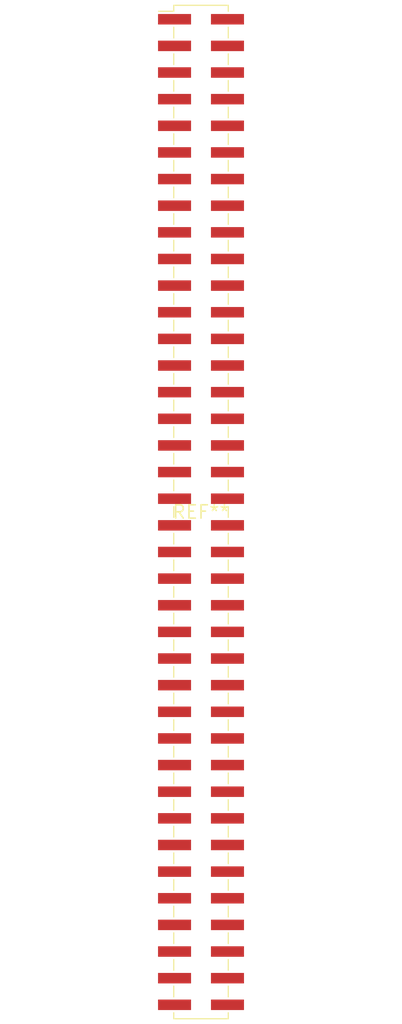
<source format=kicad_pcb>
(kicad_pcb (version 20240108) (generator pcbnew)
  (layers (0 "F.Cu" signal) (31 "B.Cu" signal) (34 "B.Paste" user) (35 "F.Paste" user) (36 "B.SilkS" user "B.Silkscreen") (37 "F.SilkS" user "F.Silkscreen") (38 "B.Mask" user) (39 "F.Mask" user) (44 "Edge.Cuts" user))
  (net 0 "")
  (footprint "PinHeader_2x38_P2.54mm_Vertical_SMD" (layer "F.Cu") (at 0 0)
    (property "Reference" "REF**")
    (property "Value" "PinHeader_2x38_P2.54mm_Vertical_SMD")
    (fp_line (start -4.04 -47.75) (end -2.6 -47.75) (layer "F.SilkS") (stroke (width 0.12)))
    (fp_line (start -2.6 -48.32) (end -2.6 -47.75) (layer "F.SilkS") (stroke (width 0.12)))
    (fp_line (start -2.6 -48.32) (end 2.6 -48.32) (layer "F.SilkS") (stroke (width 0.12)))
    (fp_line (start -2.6 -46.23) (end -2.6 -45.21) (layer "F.SilkS") (stroke (width 0.12)))
    (fp_line (start -2.6 -43.69) (end -2.6 -42.67) (layer "F.SilkS") (stroke (width 0.12)))
    (fp_line (start -2.6 -41.15) (end -2.6 -40.13) (layer "F.SilkS") (stroke (width 0.12)))
    (fp_line (start -2.6 -38.61) (end -2.6 -37.59) (layer "F.SilkS") (stroke (width 0.12)))
    (fp_line (start -2.6 -36.07) (end -2.6 -35.05) (layer "F.SilkS") (stroke (width 0.12)))
    (fp_line (start -2.6 -33.53) (end -2.6 -32.51) (layer "F.SilkS") (stroke (width 0.12)))
    (fp_line (start -2.6 -30.99) (end -2.6 -29.97) (layer "F.SilkS") (stroke (width 0.12)))
    (fp_line (start -2.6 -28.45) (end -2.6 -27.43) (layer "F.SilkS") (stroke (width 0.12)))
    (fp_line (start -2.6 -25.91) (end -2.6 -24.89) (layer "F.SilkS") (stroke (width 0.12)))
    (fp_line (start -2.6 -23.37) (end -2.6 -22.35) (layer "F.SilkS") (stroke (width 0.12)))
    (fp_line (start -2.6 -20.83) (end -2.6 -19.81) (layer "F.SilkS") (stroke (width 0.12)))
    (fp_line (start -2.6 -18.29) (end -2.6 -17.27) (layer "F.SilkS") (stroke (width 0.12)))
    (fp_line (start -2.6 -15.75) (end -2.6 -14.73) (layer "F.SilkS") (stroke (width 0.12)))
    (fp_line (start -2.6 -13.21) (end -2.6 -12.19) (layer "F.SilkS") (stroke (width 0.12)))
    (fp_line (start -2.6 -10.67) (end -2.6 -9.65) (layer "F.SilkS") (stroke (width 0.12)))
    (fp_line (start -2.6 -8.13) (end -2.6 -7.11) (layer "F.SilkS") (stroke (width 0.12)))
    (fp_line (start -2.6 -5.59) (end -2.6 -4.57) (layer "F.SilkS") (stroke (width 0.12)))
    (fp_line (start -2.6 -3.05) (end -2.6 -2.03) (layer "F.SilkS") (stroke (width 0.12)))
    (fp_line (start -2.6 -0.51) (end -2.6 0.51) (layer "F.SilkS") (stroke (width 0.12)))
    (fp_line (start -2.6 2.03) (end -2.6 3.05) (layer "F.SilkS") (stroke (width 0.12)))
    (fp_line (start -2.6 4.57) (end -2.6 5.59) (layer "F.SilkS") (stroke (width 0.12)))
    (fp_line (start -2.6 7.11) (end -2.6 8.13) (layer "F.SilkS") (stroke (width 0.12)))
    (fp_line (start -2.6 9.65) (end -2.6 10.67) (layer "F.SilkS") (stroke (width 0.12)))
    (fp_line (start -2.6 12.19) (end -2.6 13.21) (layer "F.SilkS") (stroke (width 0.12)))
    (fp_line (start -2.6 14.73) (end -2.6 15.75) (layer "F.SilkS") (stroke (width 0.12)))
    (fp_line (start -2.6 17.27) (end -2.6 18.29) (layer "F.SilkS") (stroke (width 0.12)))
    (fp_line (start -2.6 19.81) (end -2.6 20.83) (layer "F.SilkS") (stroke (width 0.12)))
    (fp_line (start -2.6 22.35) (end -2.6 23.37) (layer "F.SilkS") (stroke (width 0.12)))
    (fp_line (start -2.6 24.89) (end -2.6 25.91) (layer "F.SilkS") (stroke (width 0.12)))
    (fp_line (start -2.6 27.43) (end -2.6 28.45) (layer "F.SilkS") (stroke (width 0.12)))
    (fp_line (start -2.6 29.97) (end -2.6 30.99) (layer "F.SilkS") (stroke (width 0.12)))
    (fp_line (start -2.6 32.51) (end -2.6 33.53) (layer "F.SilkS") (stroke (width 0.12)))
    (fp_line (start -2.6 35.05) (end -2.6 36.07) (layer "F.SilkS") (stroke (width 0.12)))
    (fp_line (start -2.6 37.59) (end -2.6 38.61) (layer "F.SilkS") (stroke (width 0.12)))
    (fp_line (start -2.6 40.13) (end -2.6 41.15) (layer "F.SilkS") (stroke (width 0.12)))
    (fp_line (start -2.6 42.67) (end -2.6 43.69) (layer "F.SilkS") (stroke (width 0.12)))
    (fp_line (start -2.6 45.21) (end -2.6 46.23) (layer "F.SilkS") (stroke (width 0.12)))
    (fp_line (start -2.6 47.75) (end -2.6 48.32) (layer "F.SilkS") (stroke (width 0.12)))
    (fp_line (start -2.6 48.32) (end 2.6 48.32) (layer "F.SilkS") (stroke (width 0.12)))
    (fp_line (start 2.6 -48.32) (end 2.6 -47.75) (layer "F.SilkS") (stroke (width 0.12)))
    (fp_line (start 2.6 -46.23) (end 2.6 -45.21) (layer "F.SilkS") (stroke (width 0.12)))
    (fp_line (start 2.6 -43.69) (end 2.6 -42.67) (layer "F.SilkS") (stroke (width 0.12)))
    (fp_line (start 2.6 -41.15) (end 2.6 -40.13) (layer "F.SilkS") (stroke (width 0.12)))
    (fp_line (start 2.6 -38.61) (end 2.6 -37.59) (layer "F.SilkS") (stroke (width 0.12)))
    (fp_line (start 2.6 -36.07) (end 2.6 -35.05) (layer "F.SilkS") (stroke (width 0.12)))
    (fp_line (start 2.6 -33.53) (end 2.6 -32.51) (layer "F.SilkS") (stroke (width 0.12)))
    (fp_line (start 2.6 -30.99) (end 2.6 -29.97) (layer "F.SilkS") (stroke (width 0.12)))
    (fp_line (start 2.6 -28.45) (end 2.6 -27.43) (layer "F.SilkS") (stroke (width 0.12)))
    (fp_line (start 2.6 -25.91) (end 2.6 -24.89) (layer "F.SilkS") (stroke (width 0.12)))
    (fp_line (start 2.6 -23.37) (end 2.6 -22.35) (layer "F.SilkS") (stroke (width 0.12)))
    (fp_line (start 2.6 -20.83) (end 2.6 -19.81) (layer "F.SilkS") (stroke (width 0.12)))
    (fp_line (start 2.6 -18.29) (end 2.6 -17.27) (layer "F.SilkS") (stroke (width 0.12)))
    (fp_line (start 2.6 -15.75) (end 2.6 -14.73) (layer "F.SilkS") (stroke (width 0.12)))
    (fp_line (start 2.6 -13.21) (end 2.6 -12.19) (layer "F.SilkS") (stroke (width 0.12)))
    (fp_line (start 2.6 -10.67) (end 2.6 -9.65) (layer "F.SilkS") (stroke (width 0.12)))
    (fp_line (start 2.6 -8.13) (end 2.6 -7.11) (layer "F.SilkS") (stroke (width 0.12)))
    (fp_line (start 2.6 -5.59) (end 2.6 -4.57) (layer "F.SilkS") (stroke (width 0.12)))
    (fp_line (start 2.6 -3.05) (end 2.6 -2.03) (layer "F.SilkS") (stroke (width 0.12)))
    (fp_line (start 2.6 -0.51) (end 2.6 0.51) (layer "F.SilkS") (stroke (width 0.12)))
    (fp_line (start 2.6 2.03) (end 2.6 3.05) (layer "F.SilkS") (stroke (width 0.12)))
    (fp_line (start 2.6 4.57) (end 2.6 5.59) (layer "F.SilkS") (stroke (width 0.12)))
    (fp_line (start 2.6 7.11) (end 2.6 8.13) (layer "F.SilkS") (stroke (width 0.12)))
    (fp_line (start 2.6 9.65) (end 2.6 10.67) (layer "F.SilkS") (stroke (width 0.12)))
    (fp_line (start 2.6 12.19) (end 2.6 13.21) (layer "F.SilkS") (stroke (width 0.12)))
    (fp_line (start 2.6 14.73) (end 2.6 15.75) (layer "F.SilkS") (stroke (width 0.12)))
    (fp_line (start 2.6 17.27) (end 2.6 18.29) (layer "F.SilkS") (stroke (width 0.12)))
    (fp_line (start 2.6 19.81) (end 2.6 20.83) (layer "F.SilkS") (stroke (width 0.12)))
    (fp_line (start 2.6 22.35) (end 2.6 23.37) (layer "F.SilkS") (stroke (width 0.12)))
    (fp_line (start 2.6 24.89) (end 2.6 25.91) (layer "F.SilkS") (stroke (width 0.12)))
    (fp_line (start 2.6 27.43) (end 2.6 28.45) (layer "F.SilkS") (stroke (width 0.12)))
    (fp_line (start 2.6 29.97) (end 2.6 30.99) (layer "F.SilkS") (stroke (width 0.12)))
    (fp_line (start 2.6 32.51) (end 2.6 33.53) (layer "F.SilkS") (stroke (width 0.12)))
    (fp_line (start 2.6 35.05) (end 2.6 36.07) (layer "F.SilkS") (stroke (width 0.12)))
    (fp_line (start 2.6 37.59) (end 2.6 38.61) (layer "F.SilkS") (stroke (width 0.12)))
    (fp_line (start 2.6 40.13) (end 2.6 41.15) (layer "F.SilkS") (stroke (width 0.12)))
    (fp_line (start 2.6 42.67) (end 2.6 43.69) (layer "F.SilkS") (stroke (width 0.12)))
    (fp_line (start 2.6 45.21) (end 2.6 46.23) (layer "F.SilkS") (stroke (width 0.12)))
    (fp_line (start 2.6 47.75) (end 2.6 48.32) (layer "F.SilkS") (stroke (width 0.12)))
    (pad "1" smd rect (at -2.525 -46.99) (size 3.15 1) (layers "F.Cu" "F.Paste" "F.Mask"))
    (pad "2" smd rect (at 2.525 -46.99) (size 3.15 1) (layers "F.Cu" "F.Paste" "F.Mask"))
    (pad "3" smd rect (at -2.525 -44.45) (size 3.15 1) (layers "F.Cu" "F.Paste" "F.Mask"))
    (pad "4" smd rect (at 2.525 -44.45) (size 3.15 1) (layers "F.Cu" "F.Paste" "F.Mask"))
    (pad "5" smd rect (at -2.525 -41.91) (size 3.15 1) (layers "F.Cu" "F.Paste" "F.Mask"))
    (pad "6" smd rect (at 2.525 -41.91) (size 3.15 1) (layers "F.Cu" "F.Paste" "F.Mask"))
    (pad "7" smd rect (at -2.525 -39.37) (size 3.15 1) (layers "F.Cu" "F.Paste" "F.Mask"))
    (pad "8" smd rect (at 2.525 -39.37) (size 3.15 1) (layers "F.Cu" "F.Paste" "F.Mask"))
    (pad "9" smd rect (at -2.525 -36.83) (size 3.15 1) (layers "F.Cu" "F.Paste" "F.Mask"))
    (pad "10" smd rect (at 2.525 -36.83) (size 3.15 1) (layers "F.Cu" "F.Paste" "F.Mask"))
    (pad "11" smd rect (at -2.525 -34.29) (size 3.15 1) (layers "F.Cu" "F.Paste" "F.Mask"))
    (pad "12" smd rect (at 2.525 -34.29) (size 3.15 1) (layers "F.Cu" "F.Paste" "F.Mask"))
    (pad "13" smd rect (at -2.525 -31.75) (size 3.15 1) (layers "F.Cu" "F.Paste" "F.Mask"))
    (pad "14" smd rect (at 2.525 -31.75) (size 3.15 1) (layers "F.Cu" "F.Paste" "F.Mask"))
    (pad "15" smd rect (at -2.525 -29.21) (size 3.15 1) (layers "F.Cu" "F.Paste" "F.Mask"))
    (pad "16" smd rect (at 2.525 -29.21) (size 3.15 1) (layers "F.Cu" "F.Paste" "F.Mask"))
    (pad "17" smd rect (at -2.525 -26.67) (size 3.15 1) (layers "F.Cu" "F.Paste" "F.Mask"))
    (pad "18" smd rect (at 2.525 -26.67) (size 3.15 1) (layers "F.Cu" "F.Paste" "F.Mask"))
    (pad "19" smd rect (at -2.525 -24.13) (size 3.15 1) (layers "F.Cu" "F.Paste" "F.Mask"))
    (pad "20" smd rect (at 2.525 -24.13) (size 3.15 1) (layers "F.Cu" "F.Paste" "F.Mask"))
    (pad "21" smd rect (at -2.525 -21.59) (size 3.15 1) (layers "F.Cu" "F.Paste" "F.Mask"))
    (pad "22" smd rect (at 2.525 -21.59) (size 3.15 1) (layers "F.Cu" "F.Paste" "F.Mask"))
    (pad "23" smd rect (at -2.525 -19.05) (size 3.15 1) (layers "F.Cu" "F.Paste" "F.Mask"))
    (pad "24" smd rect (at 2.525 -19.05) (size 3.15 1) (layers "F.Cu" "F.Paste" "F.Mask"))
    (pad "25" smd rect (at -2.525 -16.51) (size 3.15 1) (layers "F.Cu" "F.Paste" "F.Mask"))
    (pad "26" smd rect (at 2.525 -16.51) (size 3.15 1) (layers "F.Cu" "F.Paste" "F.Mask"))
    (pad "27" smd rect (at -2.525 -13.97) (size 3.15 1) (layers "F.Cu" "F.Paste" "F.Mask"))
    (pad "28" smd rect (at 2.525 -13.97) (size 3.15 1) (layers "F.Cu" "F.Paste" "F.Mask"))
    (pad "29" smd rect (at -2.525 -11.43) (size 3.15 1) (layers "F.Cu" "F.Paste" "F.Mask"))
    (pad "30" smd rect (at 2.525 -11.43) (size 3.15 1) (layers "F.Cu" "F.Paste" "F.Mask"))
    (pad "31" smd rect (at -2.525 -8.89) (size 3.15 1) (layers "F.Cu" "F.Paste" "F.Mask"))
    (pad "32" smd rect (at 2.525 -8.89) (size 3.15 1) (layers "F.Cu" "F.Paste" "F.Mask"))
    (pad "33" smd rect (at -2.525 -6.35) (size 3.15 1) (layers "F.Cu" "F.Paste" "F.Mask"))
    (pad "34" smd rect (at 2.525 -6.35) (size 3.15 1) (layers "F.Cu" "F.Paste" "F.Mask"))
    (pad "35" smd rect (at -2.525 -3.81) (size 3.15 1) (layers "F.Cu" "F.Paste" "F.Mask"))
    (pad "36" smd rect (at 2.525 -3.81) (size 3.15 1) (layers "F.Cu" "F.Paste" "F.Mask"))
    (pad "37" smd rect (at -2.525 -1.27) (size 3.15 1) (layers "F.Cu" "F.Paste" "F.Mask"))
    (pad "38" smd rect (at 2.525 -1.27) (size 3.15 1) (layers "F.Cu" "F.Paste" "F.Mask"))
    (pad "39" smd rect (at -2.525 1.27) (size 3.15 1) (layers "F.Cu" "F.Paste" "F.Mask"))
    (pad "40" smd rect (at 2.525 1.27) (size 3.15 1) (layers "F.Cu" "F.Paste" "F.Mask"))
    (pad "41" smd rect (at -2.525 3.81) (size 3.15 1) (layers "F.Cu" "F.Paste" "F.Mask"))
    (pad "42" smd rect (at 2.525 3.81) (size 3.15 1) (layers "F.Cu" "F.Paste" "F.Mask"))
    (pad "43" smd rect (at -2.525 6.35) (size 3.15 1) (layers "F.Cu" "F.Paste" "F.Mask"))
    (pad "44" smd rect (at 2.525 6.35) (size 3.15 1) (layers "F.Cu" "F.Paste" "F.Mask"))
    (pad "45" smd rect (at -2.525 8.89) (size 3.15 1) (layers "F.Cu" "F.Paste" "F.Mask"))
    (pad "46" smd rect (at 2.525 8.89) (size 3.15 1) (layers "F.Cu" "F.Paste" "F.Mask"))
    (pad "47" smd rect (at -2.525 11.43) (size 3.15 1) (layers "F.Cu" "F.Paste" "F.Mask"))
    (pad "48" smd rect (at 2.525 11.43) (size 3.15 1) (layers "F.Cu" "F.Paste" "F.Mask"))
    (pad "49" smd rect (at -2.525 13.97) (size 3.15 1) (layers "F.Cu" "F.Paste" "F.Mask"))
    (pad "50" smd rect (at 2.525 13.97) (size 3.15 1) (layers "F.Cu" "F.Paste" "F.Mask"))
    (pad "51" smd rect (at -2.525 16.51) (size 3.15 1) (layers "F.Cu" "F.Paste" "F.Mask"))
    (pad "52" smd rect (at 2.525 16.51) (size 3.15 1) (layers "F.Cu" "F.Paste" "F.Mask"))
    (pad "53" smd rect (at -2.525 19.05) (size 3.15 1) (layers "F.Cu" "F.Paste" "F.Mask"))
    (pad "54" smd rect (at 2.525 19.05) (size 3.15 1) (layers "F.Cu" "F.Paste" "F.Mask"))
    (pad "55" smd rect (at -2.525 21.59) (size 3.15 1) (layers "F.Cu" "F.Paste" "F.Mask"))
    (pad "56" smd rect (at 2.525 21.59) (size 3.15 1) (layers "F.Cu" "F.Paste" "F.Mask"))
    (pad "57" smd rect (at -2.525 24.13) (size 3.15 1) (layers "F.Cu" "F.Paste" "F.Mask"))
    (pad "58" smd rect (at 2.525 24.13) (size 3.15 1) (layers "F.Cu" "F.Paste" "F.Mask"))
    (pad "59" smd rect (at -2.525 26.67) (size 3.15 1) (layers "F.Cu" "F.Paste" "F.Mask"))
    (pad "60" smd rect (at 2.525 26.67) (size 3.15 1) (layers "F.Cu" "F.Paste" "F.Mask"))
    (pad "61" smd rect (at -2.525 29.21) (size 3.15 1) (layers "F.Cu" "F.Paste" "F.Mask"))
    (pad "62" smd rect (at 2.525 29.21) (size 3.15 1) (layers "F.Cu" "F.Paste" "F.Mask"))
    (pad "63" smd rect (at -2.525 31.75) (size 3.15 1) (layers "F.Cu" "F.Paste" "F.Mask"))
    (pad "64" smd rect (at 2.525 31.75) (size 3.15 1) (layers "F.Cu" "F.Paste" "F.Mask"))
    (pad "65" smd rect (at -2.525 34.29) (size 3.15 1) (layers "F.Cu" "F.Paste" "F.Mask"))
    (pad "66" smd rect (at 2.525 34.29) (size 3.15 1) (layers "F.Cu" "F.Paste" "F.Mask"))
    (pad "67" smd rect (at -2.525 36.83) (size 3.15 1) (layers "F.Cu" "F.Paste" "F.Mask"))
    (pad "68" smd rect (at 2.525 36.83) (size 3.15 1) (layers "F.Cu" "F.Paste" "F.Mask"))
    (pad "69" smd rect (at -2.525 39.37) (size 3.15 1) (layers "F.Cu" "F.Paste" "F.Mask"))
    (pad "70" smd rect (at 2.525 39.37) (size 3.15 1) (layers "F.Cu" "F.Paste" "F.Mask"))
    (pad "71" smd rect (at -2.525 41.91) (size 3.15 1) (layers "F.Cu" "F.Paste" "F.Mask"))
    (pad "72" smd rect (at 2.525 41.91) (size 3.15 1) (layers "F.Cu" "F.Paste" "F.Mask"))
    (pad "73" smd rect (at -2.525 44.45) (size 3.15 1) (layers "F.Cu" "F.Paste" "F.Mask"))
    (pad "74" smd rect (at 2.525 44.45) (size 3.15 1) (layers "F.Cu" "F.Paste" "F.Mask"))
    (pad "75" smd rect (at -2.525 46.99) (size 3.15 1) (layers "F.Cu" "F.Paste" "F.Mask"))
    (pad "76" smd rect (at 2.525 46.99) (size 3.15 1) (layers "F.Cu" "F.Paste" "F.Mask"))
  )
)
</source>
